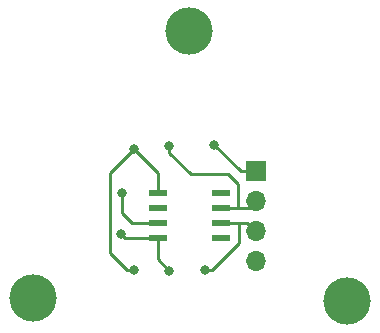
<source format=gbr>
G04 #@! TF.GenerationSoftware,KiCad,Pcbnew,5.0.2-bee76a0~70~ubuntu18.04.1*
G04 #@! TF.CreationDate,2018-11-28T18:49:55+01:00*
G04 #@! TF.ProjectId,AS5600_moveo_4_circ,41533536-3030-45f6-9d6f-76656f5f345f,rev?*
G04 #@! TF.SameCoordinates,Original*
G04 #@! TF.FileFunction,Copper,L2,Bot*
G04 #@! TF.FilePolarity,Positive*
%FSLAX46Y46*%
G04 Gerber Fmt 4.6, Leading zero omitted, Abs format (unit mm)*
G04 Created by KiCad (PCBNEW 5.0.2-bee76a0~70~ubuntu18.04.1) date mié 28 nov 2018 18:49:55 CET*
%MOMM*%
%LPD*%
G01*
G04 APERTURE LIST*
G04 #@! TA.AperFunction,ComponentPad*
%ADD10R,1.700000X1.700000*%
G04 #@! TD*
G04 #@! TA.AperFunction,ComponentPad*
%ADD11O,1.700000X1.700000*%
G04 #@! TD*
G04 #@! TA.AperFunction,SMDPad,CuDef*
%ADD12R,1.550000X0.600000*%
G04 #@! TD*
G04 #@! TA.AperFunction,ViaPad*
%ADD13C,4.000000*%
G04 #@! TD*
G04 #@! TA.AperFunction,ViaPad*
%ADD14C,0.800000*%
G04 #@! TD*
G04 #@! TA.AperFunction,Conductor*
%ADD15C,0.250000*%
G04 #@! TD*
G04 APERTURE END LIST*
D10*
G04 #@! TO.P,J1,1*
G04 #@! TO.N,5V*
X153276300Y-80886300D03*
D11*
G04 #@! TO.P,J1,2*
G04 #@! TO.N,SDA*
X153276300Y-83426300D03*
G04 #@! TO.P,J1,3*
G04 #@! TO.N,SCL*
X153276300Y-85966300D03*
G04 #@! TO.P,J1,4*
G04 #@! TO.N,GND*
X153276300Y-88506300D03*
G04 #@! TD*
D12*
G04 #@! TO.P,U1,1*
G04 #@! TO.N,5V*
X144962900Y-86537800D03*
G04 #@! TO.P,U1,2*
G04 #@! TO.N,+3V3*
X144962900Y-85267800D03*
G04 #@! TO.P,U1,3*
G04 #@! TO.N,N/C*
X144962900Y-83997800D03*
G04 #@! TO.P,U1,4*
G04 #@! TO.N,GND*
X144962900Y-82727800D03*
G04 #@! TO.P,U1,5*
G04 #@! TO.N,N/C*
X150362900Y-82727800D03*
G04 #@! TO.P,U1,6*
G04 #@! TO.N,SDA*
X150362900Y-83997800D03*
G04 #@! TO.P,U1,7*
G04 #@! TO.N,SCL*
X150362900Y-85267800D03*
G04 #@! TO.P,U1,8*
G04 #@! TO.N,N/C*
X150362900Y-86537800D03*
G04 #@! TD*
D13*
G04 #@! TO.N,*
X134391400Y-91617800D03*
X147655280Y-69054974D03*
X161013140Y-91912440D03*
D14*
G04 #@! TO.N,5V*
X145961100Y-89319100D03*
X149783800Y-78663800D03*
X141871700Y-86233000D03*
G04 #@! TO.N,GND*
X142976600Y-89268300D03*
X142951200Y-79032100D03*
G04 #@! TO.N,+3V3*
X141922500Y-82727800D03*
G04 #@! TO.N,SDA*
X145961100Y-78740000D03*
G04 #@! TO.N,SCL*
X148996400Y-89268300D03*
G04 #@! TD*
D15*
G04 #@! TO.N,5V*
X142176500Y-86537800D02*
X141871700Y-86233000D01*
X144962900Y-86537800D02*
X142176500Y-86537800D01*
X144962900Y-88320900D02*
X145961100Y-89319100D01*
X144962900Y-86537800D02*
X144962900Y-88320900D01*
X152006300Y-80886300D02*
X153276300Y-80886300D01*
X149783800Y-78663800D02*
X152006300Y-80886300D01*
G04 #@! TO.N,GND*
X144962900Y-81043800D02*
X142951200Y-79032100D01*
X144962900Y-82727800D02*
X144962900Y-81043800D01*
X142551201Y-79432099D02*
X142951200Y-79032100D01*
X140957300Y-81026000D02*
X142551201Y-79432099D01*
X140957300Y-87814685D02*
X140957300Y-81026000D01*
X142976600Y-89268300D02*
X142410915Y-89268300D01*
X142410915Y-89268300D02*
X140957300Y-87814685D01*
G04 #@! TO.N,+3V3*
X142786100Y-85267800D02*
X144962900Y-85267800D01*
X141922500Y-82727800D02*
X141922500Y-84404200D01*
X141922500Y-84404200D02*
X142786100Y-85267800D01*
G04 #@! TO.N,SDA*
X152704800Y-83997800D02*
X153276300Y-83426300D01*
X145961100Y-79305685D02*
X147757615Y-81102200D01*
X145961100Y-78740000D02*
X145961100Y-79305685D01*
X151803100Y-81953100D02*
X151803100Y-83997800D01*
X150952200Y-81102200D02*
X151803100Y-81953100D01*
X147757615Y-81102200D02*
X150952200Y-81102200D01*
X150362900Y-83997800D02*
X151803100Y-83997800D01*
X151803100Y-83997800D02*
X152704800Y-83997800D01*
G04 #@! TO.N,SCL*
X152577800Y-85267800D02*
X153276300Y-85966300D01*
X151853900Y-86976485D02*
X151853900Y-85267800D01*
X149562085Y-89268300D02*
X151853900Y-86976485D01*
X150362900Y-85267800D02*
X151853900Y-85267800D01*
X148996400Y-89268300D02*
X149562085Y-89268300D01*
X151853900Y-85267800D02*
X152577800Y-85267800D01*
G04 #@! TD*
M02*

</source>
